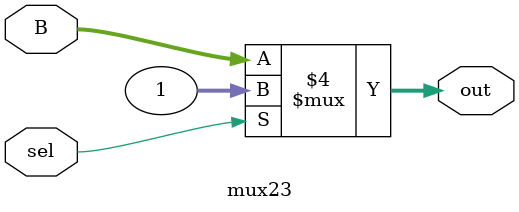
<source format=v>
`timescale 1ns / 1ps


module mux23(input sel, input[31:0]B, output reg [31:0]out);
always@(sel,B)
begin
if(sel==1'b1)
    out=1;
    else 
    out=B;
end 
endmodule

</source>
